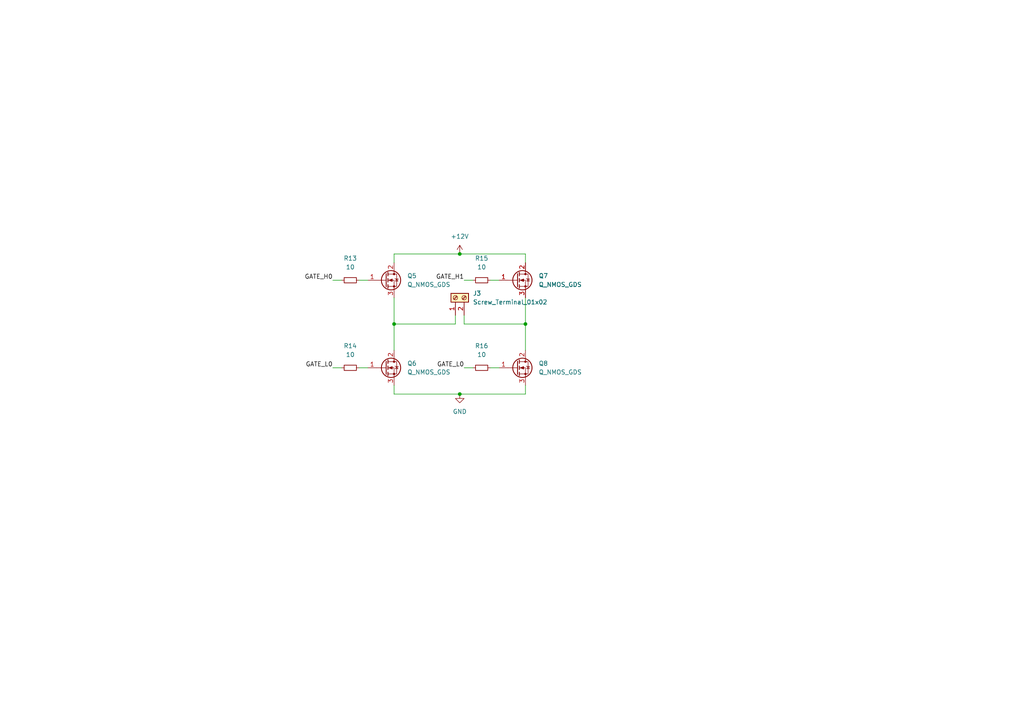
<source format=kicad_sch>
(kicad_sch (version 20211123) (generator eeschema)
  (paper "A4")
  (lib_symbols
    (symbol "Connector:Screw_Terminal_01x02" (pin_names (offset 1.016) hide)
      (property "Reference" "J" (at 0 2.54 0))
      (property "Value" "Screw_Terminal_01x02" (at 0 -5.08 0))
      (symbol "Screw_Terminal_01x02_1_1"
        (rectangle (start -1.27 1.27) (end 1.27 -3.81) (stroke (width 0.254)) (fill (type background)))
        (circle (center 0 -2.54) (radius 0.635) (stroke (width 0.1524)))
        (polyline (pts (xy -0.5334 -2.2098) (xy 0.3302 -3.048)) (stroke (width 0.1524)))
        (polyline (pts (xy -0.5334 0.3302) (xy 0.3302 -0.508)) (stroke (width 0.1524)))
        (polyline (pts (xy -0.3556 -2.032) (xy 0.508 -2.8702)) (stroke (width 0.1524)))
        (polyline (pts (xy -0.3556 0.508) (xy 0.508 -0.3302)) (stroke (width 0.1524)))
        (circle (center 0 0) (radius 0.635) (stroke (width 0.1524)))
        (pin passive line (at -5.08 0 0) (length 3.81) (name "Pin_1") (number "1"))
        (pin passive line (at -5.08 -2.54 0) (length 3.81) (name "Pin_2") (number "2"))
      )
    )
    (symbol "Device:Q_NMOS_GDS" (pin_names (offset 0) hide)
      (property "Reference" "Q" (at 5.08 1.27 0))
      (property "Value" "Q_NMOS_GDS" (at 5.08 -1.27 0))
      (symbol "Q_NMOS_GDS_0_1"
        (polyline (pts (xy 0.254 0) (xy -2.54 0)))
        (polyline (pts (xy 0.254 1.905) (xy 0.254 -1.905)) (stroke (width 0.254)))
        (polyline (pts (xy 0.762 -1.27) (xy 0.762 -2.286)) (stroke (width 0.254)))
        (polyline (pts (xy 0.762 0.508) (xy 0.762 -0.508)) (stroke (width 0.254)))
        (polyline (pts (xy 0.762 2.286) (xy 0.762 1.27)) (stroke (width 0.254)))
        (polyline (pts (xy 2.54 2.54) (xy 2.54 1.778)))
        (polyline (pts (xy 2.54 -2.54) (xy 2.54 0) (xy 0.762 0)))
        (polyline (pts (xy 0.762 -1.778) (xy 3.302 -1.778) (xy 3.302 1.778) (xy 0.762 1.778)))
        (polyline (pts (xy 1.016 0) (xy 2.032 0.381) (xy 2.032 -0.381) (xy 1.016 0)) (fill (type outline)))
        (polyline (pts (xy 2.794 0.508) (xy 2.921 0.381) (xy 3.683 0.381) (xy 3.81 0.254)))
        (polyline (pts (xy 3.302 0.381) (xy 2.921 -0.254) (xy 3.683 -0.254) (xy 3.302 0.381)))
        (circle (center 1.651 0) (radius 2.794) (stroke (width 0.254)))
        (circle (center 2.54 -1.778) (radius 0.254) (fill (type outline)))
        (circle (center 2.54 1.778) (radius 0.254) (fill (type outline)))
      )
      (symbol "Q_NMOS_GDS_1_1"
        (pin input line (at -5.08 0 0) (length 2.54) (name "G") (number "1"))
        (pin passive line (at 2.54 5.08 270) (length 2.54) (name "D") (number "2"))
        (pin passive line (at 2.54 -5.08 90) (length 2.54) (name "S") (number "3"))
      )
    )
    (symbol "Device:R_Small" (pin_numbers hide) (pin_names (offset 0.254) hide)
      (property "Reference" "R" (at 0.762 0.508 0))
      (property "Value" "R_Small" (at 0.762 -1.016 0))
      (symbol "R_Small_0_1"
        (rectangle (start -0.762 1.778) (end 0.762 -1.778) (stroke (width 0.2032)))
      )
      (symbol "R_Small_1_1"
        (pin passive line (at 0 2.54 270) (length 0.762) (name "~") (number "1"))
        (pin passive line (at 0 -2.54 90) (length 0.762) (name "~") (number "2"))
      )
    )
    (symbol "power:+12V" (power) (pin_names (offset 0))
      (property "Value" "+12V" (at 0 3.556 0))
      (symbol "+12V_0_1"
        (polyline (pts (xy -0.762 1.27) (xy 0 2.54)))
        (polyline (pts (xy 0 0) (xy 0 2.54)))
        (polyline (pts (xy 0 2.54) (xy 0.762 1.27)))
      )
      (symbol "+12V_1_1"
        (pin power_in line (at 0 0 90) (length 0) hide (name "+12V") (number "1"))
      )
    )
    (symbol "power:GND" (power) (pin_names (offset 0))
      (property "Value" "GND" (at 0 -3.81 0))
      (symbol "GND_0_1"
        (polyline (pts (xy 0 0) (xy 0 -1.27) (xy 1.27 -1.27) (xy 0 -2.54) (xy -1.27 -1.27) (xy 0 -1.27)))
      )
      (symbol "GND_1_1"
        (pin power_in line (at 0 0 270) (length 0) hide (name "GND") (number "1"))
      )
    )
  )
  (junction (at 133.35 73.66))
  (junction (at 114.3 93.98))
  (junction (at 152.4 93.98))
  (junction (at 133.35 114.3))
  (wire (pts (xy 114.3 73.66) (xy 133.35 73.66)))
  (wire (pts (xy 114.3 114.3) (xy 133.35 114.3)))
  (wire (pts (xy 114.3 93.98) (xy 132.08 93.98)))
  (wire (pts (xy 114.3 86.36) (xy 114.3 93.98)))
  (wire (pts (xy 134.62 106.68) (xy 137.16 106.68)))
  (wire (pts (xy 133.35 114.3) (xy 152.4 114.3)))
  (wire (pts (xy 132.08 93.98) (xy 132.08 91.44)))
  (wire (pts (xy 104.14 106.68) (xy 106.68 106.68)))
  (wire (pts (xy 152.4 86.36) (xy 152.4 93.98)))
  (wire (pts (xy 114.3 111.76) (xy 114.3 114.3)))
  (wire (pts (xy 114.3 76.2) (xy 114.3 73.66)))
  (wire (pts (xy 142.24 81.28) (xy 144.78 81.28)))
  (wire (pts (xy 134.62 81.28) (xy 137.16 81.28)))
  (wire (pts (xy 152.4 73.66) (xy 152.4 76.2)))
  (wire (pts (xy 134.62 91.44) (xy 134.62 93.98)))
  (wire (pts (xy 104.14 81.28) (xy 106.68 81.28)))
  (wire (pts (xy 152.4 93.98) (xy 152.4 101.6)))
  (wire (pts (xy 133.35 73.66) (xy 152.4 73.66)))
  (wire (pts (xy 142.24 106.68) (xy 144.78 106.68)))
  (wire (pts (xy 96.52 106.68) (xy 99.06 106.68)))
  (wire (pts (xy 114.3 93.98) (xy 114.3 101.6)))
  (wire (pts (xy 134.62 93.98) (xy 152.4 93.98)))
  (wire (pts (xy 152.4 114.3) (xy 152.4 111.76)))
  (wire (pts (xy 96.52 81.28) (xy 99.06 81.28)))
  (label "GATE_L0" (at 96.52 106.68 180))
  (label "GATE_H1" (at 134.62 81.28 180))
  (label "GATE_L0" (at 134.62 106.68 180))
  (label "GATE_H0" (at 96.52 81.28 180))
  (symbol (lib_id "Device:R_Small") (at 101.6 106.68 90) (unit 1)
    (property "Reference" "R14" (at 101.6 100.33 90))
    (property "Value" "10" (at 101.6 102.87 90))
    (property "Footprint" "Resistor_SMD:R_0603_1608Metric" (effects hide))
  )
  (symbol (lib_id "Device:Q_NMOS_GDS") (at 149.86 81.28 0) (unit 1)
    (property "Reference" "Q7" (at 156.21 80.0099 0) (effects (justify left)))
    (property "Value" "Q_NMOS_GDS" (at 156.21 82.5499 0) (effects (justify left)))
    (property "Footprint" "Package_TO_SOT_SMD:SOT-23" (effects hide))
  )
  (symbol (lib_id "power:+12V") (at 133.35 73.66 0) (unit 1)
    (property "Reference" "#PWR040" (effects hide))
    (property "Value" "+12V" (at 133.35 68.58 0))
  )
  (symbol (lib_id "Device:R_Small") (at 139.7 106.68 90) (unit 1)
    (property "Reference" "R16" (at 139.7 100.33 90))
    (property "Value" "10" (at 139.7 102.87 90))
    (property "Footprint" "Resistor_SMD:R_0603_1608Metric" (effects hide))
  )
  (symbol (lib_id "Connector:Screw_Terminal_01x02") (at 132.08 86.36 90) (unit 1)
    (property "Reference" "J3" (at 137.16 85.0899 90) (effects (justify right)))
    (property "Value" "Screw_Terminal_01x02" (at 137.16 87.6299 90) (effects (justify right)))
    (property "Footprint" "Connector_Wire:SolderWire-2.5sqmm_1x02_P8.8mm_D2.4mm_OD4.4mm" (effects hide))
  )
  (symbol (lib_id "power:GND") (at 133.35 114.3 0) (unit 1)
    (property "Reference" "#PWR041" (effects hide))
    (property "Value" "GND" (at 133.35 119.38 0))
  )
  (symbol (lib_id "Device:R_Small") (at 101.6 81.28 90) (unit 1)
    (property "Reference" "R13" (at 101.6 74.93 90))
    (property "Value" "10" (at 101.6 77.47 90))
    (property "Footprint" "Resistor_SMD:R_0603_1608Metric" (effects hide))
  )
  (symbol (lib_id "Device:Q_NMOS_GDS") (at 111.76 81.28 0) (unit 1)
    (property "Reference" "Q5" (at 118.11 80.0099 0) (effects (justify left)))
    (property "Value" "Q_NMOS_GDS" (at 118.11 82.5499 0) (effects (justify left)))
    (property "Footprint" "Package_TO_SOT_SMD:SOT-23" (effects hide))
  )
  (symbol (lib_id "Device:Q_NMOS_GDS") (at 149.86 106.68 0) (unit 1)
    (property "Reference" "Q8" (at 156.21 105.4099 0) (effects (justify left)))
    (property "Value" "Q_NMOS_GDS" (at 156.21 107.9499 0) (effects (justify left)))
    (property "Footprint" "Package_TO_SOT_SMD:SOT-23" (effects hide))
  )
  (symbol (lib_id "Device:Q_NMOS_GDS") (at 111.76 106.68 0) (unit 1)
    (property "Reference" "Q6" (at 118.11 105.4099 0) (effects (justify left)))
    (property "Value" "Q_NMOS_GDS" (at 118.11 107.9499 0) (effects (justify left)))
    (property "Footprint" "Package_TO_SOT_SMD:SOT-23" (effects hide))
  )
  (symbol (lib_id "Device:R_Small") (at 139.7 81.28 90) (unit 1)
    (property "Reference" "R15" (at 139.7 74.93 90))
    (property "Value" "10" (at 139.7 77.47 90))
    (property "Footprint" "Resistor_SMD:R_0603_1608Metric" (effects hide))
  )
)
</source>
